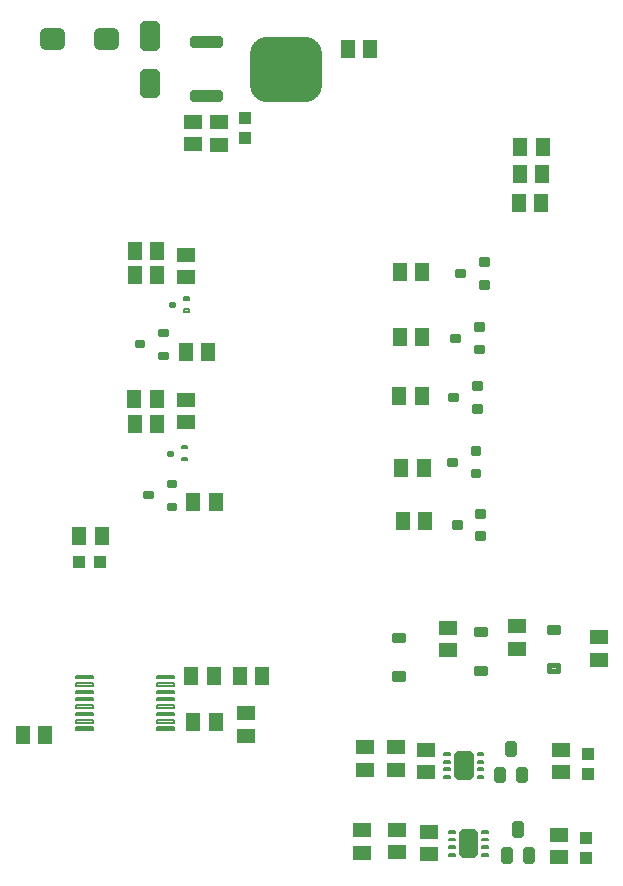
<source format=gtp>
G04 EAGLE Gerber RS-274X export*
G75*
%MOMM*%
%FSLAX34Y34*%
%LPD*%
%INSolderpaste Top*%
%IPPOS*%
%AMOC8*
5,1,8,0,0,1.08239X$1,22.5*%
G01*
%ADD10R,1.500000X1.300000*%
%ADD11R,1.000000X1.100000*%
%ADD12R,1.300000X1.500000*%
%ADD13C,0.200000*%
%ADD14C,0.250000*%
%ADD15C,0.850000*%
%ADD16C,0.889000*%
%ADD17C,0.500000*%
%ADD18C,2.775000*%
%ADD19C,0.350000*%
%ADD20C,0.150000*%
%ADD21C,0.825000*%
%ADD22C,0.210000*%
%ADD23C,0.400000*%
%ADD24C,0.455000*%


D10*
X521400Y121400D03*
X521400Y140400D03*
X372100Y669700D03*
X372100Y650700D03*
D11*
X393600Y673400D03*
X393600Y656400D03*
D10*
X349600Y670100D03*
X349600Y651100D03*
D12*
X481000Y731700D03*
X500000Y731700D03*
D10*
X522400Y51400D03*
X522400Y70400D03*
X661100Y138500D03*
X661100Y119500D03*
D12*
X348500Y200700D03*
X367500Y200700D03*
D10*
X660100Y66300D03*
X660100Y47300D03*
X394300Y150000D03*
X394300Y169000D03*
D12*
X408600Y200400D03*
X389600Y200400D03*
X349900Y161600D03*
X368900Y161600D03*
X368900Y347900D03*
X349900Y347900D03*
D10*
X343700Y434500D03*
X343700Y415500D03*
D12*
X272500Y318900D03*
X253500Y318900D03*
X319100Y435400D03*
X300100Y435400D03*
D10*
X492600Y70100D03*
X492600Y51100D03*
X565400Y222400D03*
X565400Y241400D03*
D12*
X644600Y601400D03*
X625600Y601400D03*
X646100Y648400D03*
X627100Y648400D03*
X645600Y625400D03*
X626600Y625400D03*
X362600Y474900D03*
X343600Y474900D03*
X319600Y539900D03*
X300600Y539900D03*
X544100Y487900D03*
X525100Y487900D03*
X543600Y437900D03*
X524600Y437900D03*
X545100Y376900D03*
X526100Y376900D03*
X546600Y331900D03*
X527600Y331900D03*
X544100Y542900D03*
X525100Y542900D03*
D10*
X549400Y49900D03*
X549400Y68900D03*
D12*
X319600Y560400D03*
X300600Y560400D03*
D10*
X343700Y557300D03*
X343700Y538300D03*
X547000Y119500D03*
X547000Y138500D03*
D11*
X253700Y297600D03*
X270700Y297600D03*
D10*
X624100Y242700D03*
X624100Y223700D03*
X495100Y140300D03*
X495100Y121300D03*
D12*
X319500Y414000D03*
X300500Y414000D03*
D13*
X340500Y385400D02*
X340500Y383400D01*
X340500Y385400D02*
X344500Y385400D01*
X344500Y383400D01*
X340500Y383400D01*
X340500Y385300D02*
X344500Y385300D01*
X340500Y393400D02*
X340500Y395400D01*
X344500Y395400D01*
X344500Y393400D01*
X340500Y393400D01*
X340500Y395300D02*
X344500Y395300D01*
D14*
X328350Y390650D02*
X328350Y388150D01*
X328350Y390650D02*
X331850Y390650D01*
X331850Y388150D01*
X328350Y388150D01*
X328350Y390525D02*
X331850Y390525D01*
D13*
X342500Y509300D02*
X342500Y511300D01*
X346500Y511300D01*
X346500Y509300D01*
X342500Y509300D01*
X342500Y511200D02*
X346500Y511200D01*
X342500Y519300D02*
X342500Y521300D01*
X346500Y521300D01*
X346500Y519300D01*
X342500Y519300D01*
X342500Y521200D02*
X346500Y521200D01*
D14*
X330350Y516550D02*
X330350Y514050D01*
X330350Y516550D02*
X333850Y516550D01*
X333850Y514050D01*
X330350Y514050D01*
X330350Y516425D02*
X333850Y516425D01*
D15*
X309150Y734250D02*
X309150Y750750D01*
X317650Y750750D01*
X317650Y734250D01*
X309150Y734250D01*
X309150Y742325D02*
X317650Y742325D01*
X317650Y750400D02*
X309150Y750400D01*
X309150Y710750D02*
X309150Y694250D01*
X309150Y710750D02*
X317650Y710750D01*
X317650Y694250D01*
X309150Y694250D01*
X309150Y702325D02*
X317650Y702325D01*
X317650Y710400D02*
X309150Y710400D01*
D16*
X282129Y745045D02*
X270191Y745045D01*
X282129Y745045D02*
X282129Y736155D01*
X270191Y736155D01*
X270191Y745045D01*
X270191Y744600D02*
X282129Y744600D01*
X236409Y745045D02*
X224471Y745045D01*
X236409Y745045D02*
X236409Y736155D01*
X224471Y736155D01*
X224471Y745045D01*
X224471Y744600D02*
X236409Y744600D01*
D17*
X349950Y689300D02*
X372450Y689300D01*
X349950Y689300D02*
X349950Y694300D01*
X372450Y694300D01*
X372450Y689300D01*
X372450Y694050D02*
X349950Y694050D01*
X349950Y735100D02*
X372450Y735100D01*
X349950Y735100D02*
X349950Y740100D01*
X372450Y740100D01*
X372450Y735100D01*
X372450Y739850D02*
X349950Y739850D01*
D18*
X411325Y700825D02*
X445075Y700825D01*
X411325Y700825D02*
X411325Y728575D01*
X445075Y728575D01*
X445075Y700825D01*
X445075Y727187D02*
X411325Y727187D01*
D19*
X334750Y345750D02*
X334750Y342250D01*
X329250Y342250D01*
X329250Y345750D01*
X334750Y345750D01*
X334750Y345575D02*
X329250Y345575D01*
X334750Y361250D02*
X334750Y364750D01*
X334750Y361250D02*
X329250Y361250D01*
X329250Y364750D01*
X334750Y364750D01*
X334750Y364575D02*
X329250Y364575D01*
X314750Y355750D02*
X314750Y352250D01*
X309250Y352250D01*
X309250Y355750D01*
X314750Y355750D01*
X314750Y355575D02*
X309250Y355575D01*
X327750Y470250D02*
X327750Y473750D01*
X327750Y470250D02*
X322250Y470250D01*
X322250Y473750D01*
X327750Y473750D01*
X327750Y473575D02*
X322250Y473575D01*
X327750Y489250D02*
X327750Y492750D01*
X327750Y489250D02*
X322250Y489250D01*
X322250Y492750D01*
X327750Y492750D01*
X327750Y492575D02*
X322250Y492575D01*
X307750Y483750D02*
X307750Y480250D01*
X302250Y480250D01*
X302250Y483750D01*
X307750Y483750D01*
X307750Y483575D02*
X302250Y483575D01*
D20*
X562750Y134000D02*
X567250Y134000D01*
X562750Y134000D02*
X562750Y135500D01*
X567250Y135500D01*
X567250Y134000D01*
X567250Y135425D02*
X562750Y135425D01*
X562750Y127500D02*
X567250Y127500D01*
X562750Y127500D02*
X562750Y129000D01*
X567250Y129000D01*
X567250Y127500D01*
X567250Y128925D02*
X562750Y128925D01*
X562750Y121000D02*
X567250Y121000D01*
X562750Y121000D02*
X562750Y122500D01*
X567250Y122500D01*
X567250Y121000D01*
X567250Y122425D02*
X562750Y122425D01*
X562750Y114500D02*
X567250Y114500D01*
X562750Y114500D02*
X562750Y116000D01*
X567250Y116000D01*
X567250Y114500D01*
X567250Y115925D02*
X562750Y115925D01*
X590750Y134000D02*
X595250Y134000D01*
X590750Y134000D02*
X590750Y135500D01*
X595250Y135500D01*
X595250Y134000D01*
X595250Y135425D02*
X590750Y135425D01*
X590750Y127500D02*
X595250Y127500D01*
X590750Y127500D02*
X590750Y129000D01*
X595250Y129000D01*
X595250Y127500D01*
X595250Y128925D02*
X590750Y128925D01*
X590750Y121000D02*
X595250Y121000D01*
X590750Y121000D02*
X590750Y122500D01*
X595250Y122500D01*
X595250Y121000D01*
X595250Y122425D02*
X590750Y122425D01*
X590750Y114500D02*
X595250Y114500D01*
X590750Y114500D02*
X590750Y116000D01*
X595250Y116000D01*
X595250Y114500D01*
X595250Y115925D02*
X590750Y115925D01*
D21*
X583125Y117125D02*
X574875Y117125D01*
X574875Y132875D01*
X583125Y132875D01*
X583125Y117125D01*
X583125Y124962D02*
X574875Y124962D01*
X574875Y132799D02*
X583125Y132799D01*
D20*
X571250Y68000D02*
X566750Y68000D01*
X566750Y69500D01*
X571250Y69500D01*
X571250Y68000D01*
X571250Y69425D02*
X566750Y69425D01*
X566750Y61500D02*
X571250Y61500D01*
X566750Y61500D02*
X566750Y63000D01*
X571250Y63000D01*
X571250Y61500D01*
X571250Y62925D02*
X566750Y62925D01*
X566750Y55000D02*
X571250Y55000D01*
X566750Y55000D02*
X566750Y56500D01*
X571250Y56500D01*
X571250Y55000D01*
X571250Y56425D02*
X566750Y56425D01*
X566750Y48500D02*
X571250Y48500D01*
X566750Y48500D02*
X566750Y50000D01*
X571250Y50000D01*
X571250Y48500D01*
X571250Y49925D02*
X566750Y49925D01*
X594750Y68000D02*
X599250Y68000D01*
X594750Y68000D02*
X594750Y69500D01*
X599250Y69500D01*
X599250Y68000D01*
X599250Y69425D02*
X594750Y69425D01*
X594750Y61500D02*
X599250Y61500D01*
X594750Y61500D02*
X594750Y63000D01*
X599250Y63000D01*
X599250Y61500D01*
X599250Y62925D02*
X594750Y62925D01*
X594750Y55000D02*
X599250Y55000D01*
X594750Y55000D02*
X594750Y56500D01*
X599250Y56500D01*
X599250Y55000D01*
X599250Y56425D02*
X594750Y56425D01*
X594750Y48500D02*
X599250Y48500D01*
X594750Y48500D02*
X594750Y50000D01*
X599250Y50000D01*
X599250Y48500D01*
X599250Y49925D02*
X594750Y49925D01*
D21*
X587125Y51125D02*
X578875Y51125D01*
X578875Y66875D01*
X587125Y66875D01*
X587125Y51125D01*
X587125Y58962D02*
X578875Y58962D01*
X578875Y66799D02*
X587125Y66799D01*
D22*
X333350Y157175D02*
X319150Y157175D01*
X333350Y157175D02*
X333350Y155075D01*
X319150Y155075D01*
X319150Y157175D01*
X319150Y157070D02*
X333350Y157070D01*
X333350Y163425D02*
X319150Y163425D01*
X333350Y163425D02*
X333350Y161325D01*
X319150Y161325D01*
X319150Y163425D01*
X319150Y163320D02*
X333350Y163320D01*
X333350Y169675D02*
X319150Y169675D01*
X333350Y169675D02*
X333350Y167575D01*
X319150Y167575D01*
X319150Y169675D01*
X319150Y169570D02*
X333350Y169570D01*
X333350Y175925D02*
X319150Y175925D01*
X333350Y175925D02*
X333350Y173825D01*
X319150Y173825D01*
X319150Y175925D01*
X319150Y175820D02*
X333350Y175820D01*
X333350Y182175D02*
X319150Y182175D01*
X333350Y182175D02*
X333350Y180075D01*
X319150Y180075D01*
X319150Y182175D01*
X319150Y182070D02*
X333350Y182070D01*
X333350Y188425D02*
X319150Y188425D01*
X333350Y188425D02*
X333350Y186325D01*
X319150Y186325D01*
X319150Y188425D01*
X319150Y188320D02*
X333350Y188320D01*
X333350Y194675D02*
X319150Y194675D01*
X333350Y194675D02*
X333350Y192575D01*
X319150Y192575D01*
X319150Y194675D01*
X319150Y194570D02*
X333350Y194570D01*
X333350Y200925D02*
X319150Y200925D01*
X333350Y200925D02*
X333350Y198825D01*
X319150Y198825D01*
X319150Y200925D01*
X319150Y200820D02*
X333350Y200820D01*
X264850Y157175D02*
X250650Y157175D01*
X264850Y157175D02*
X264850Y155075D01*
X250650Y155075D01*
X250650Y157175D01*
X250650Y157070D02*
X264850Y157070D01*
X264850Y163425D02*
X250650Y163425D01*
X264850Y163425D02*
X264850Y161325D01*
X250650Y161325D01*
X250650Y163425D01*
X250650Y163320D02*
X264850Y163320D01*
X264850Y169675D02*
X250650Y169675D01*
X264850Y169675D02*
X264850Y167575D01*
X250650Y167575D01*
X250650Y169675D01*
X250650Y169570D02*
X264850Y169570D01*
X264850Y175925D02*
X250650Y175925D01*
X264850Y175925D02*
X264850Y173825D01*
X250650Y173825D01*
X250650Y175925D01*
X250650Y175820D02*
X264850Y175820D01*
X264850Y182175D02*
X250650Y182175D01*
X264850Y182175D02*
X264850Y180075D01*
X250650Y180075D01*
X250650Y182175D01*
X250650Y182070D02*
X264850Y182070D01*
X264850Y188425D02*
X250650Y188425D01*
X264850Y188425D02*
X264850Y186325D01*
X250650Y186325D01*
X250650Y188425D01*
X250650Y188320D02*
X264850Y188320D01*
X264850Y194675D02*
X250650Y194675D01*
X264850Y194675D02*
X264850Y192575D01*
X250650Y192575D01*
X250650Y194675D01*
X250650Y194570D02*
X264850Y194570D01*
X264850Y200925D02*
X250650Y200925D01*
X264850Y200925D02*
X264850Y198825D01*
X250650Y198825D01*
X250650Y200925D01*
X250650Y200820D02*
X264850Y200820D01*
D23*
X598500Y530500D02*
X598500Y534500D01*
X598500Y530500D02*
X593500Y530500D01*
X593500Y534500D01*
X598500Y534500D01*
X598500Y534300D02*
X593500Y534300D01*
X598500Y549500D02*
X598500Y553500D01*
X598500Y549500D02*
X593500Y549500D01*
X593500Y553500D01*
X598500Y553500D01*
X598500Y553300D02*
X593500Y553300D01*
X578500Y544000D02*
X578500Y540000D01*
X573500Y540000D01*
X573500Y544000D01*
X578500Y544000D01*
X578500Y543800D02*
X573500Y543800D01*
X594500Y479500D02*
X594500Y475500D01*
X589500Y475500D01*
X589500Y479500D01*
X594500Y479500D01*
X594500Y479300D02*
X589500Y479300D01*
X594500Y494500D02*
X594500Y498500D01*
X594500Y494500D02*
X589500Y494500D01*
X589500Y498500D01*
X594500Y498500D01*
X594500Y498300D02*
X589500Y498300D01*
X574500Y489000D02*
X574500Y485000D01*
X569500Y485000D01*
X569500Y489000D01*
X574500Y489000D01*
X574500Y488800D02*
X569500Y488800D01*
X592500Y429500D02*
X592500Y425500D01*
X587500Y425500D01*
X587500Y429500D01*
X592500Y429500D01*
X592500Y429300D02*
X587500Y429300D01*
X592500Y444500D02*
X592500Y448500D01*
X592500Y444500D02*
X587500Y444500D01*
X587500Y448500D01*
X592500Y448500D01*
X592500Y448300D02*
X587500Y448300D01*
X572500Y439000D02*
X572500Y435000D01*
X567500Y435000D01*
X567500Y439000D01*
X572500Y439000D01*
X572500Y438800D02*
X567500Y438800D01*
X591500Y374500D02*
X591500Y370500D01*
X586500Y370500D01*
X586500Y374500D01*
X591500Y374500D01*
X591500Y374300D02*
X586500Y374300D01*
X591500Y389500D02*
X591500Y393500D01*
X591500Y389500D02*
X586500Y389500D01*
X586500Y393500D01*
X591500Y393500D01*
X591500Y393300D02*
X586500Y393300D01*
X571500Y384000D02*
X571500Y380000D01*
X566500Y380000D01*
X566500Y384000D01*
X571500Y384000D01*
X571500Y383800D02*
X566500Y383800D01*
X595500Y321500D02*
X595500Y317500D01*
X590500Y317500D01*
X590500Y321500D01*
X595500Y321500D01*
X595500Y321300D02*
X590500Y321300D01*
X595500Y336500D02*
X595500Y340500D01*
X595500Y336500D02*
X590500Y336500D01*
X590500Y340500D01*
X595500Y340500D01*
X595500Y340300D02*
X590500Y340300D01*
X575500Y331000D02*
X575500Y327000D01*
X570500Y327000D01*
X570500Y331000D01*
X575500Y331000D01*
X575500Y330800D02*
X570500Y330800D01*
D17*
X622500Y66500D02*
X627500Y66500D01*
X622500Y66500D02*
X622500Y75500D01*
X627500Y75500D01*
X627500Y66500D01*
X627500Y71250D02*
X622500Y71250D01*
X632000Y44500D02*
X637000Y44500D01*
X632000Y44500D02*
X632000Y53500D01*
X637000Y53500D01*
X637000Y44500D01*
X637000Y49250D02*
X632000Y49250D01*
X618000Y44500D02*
X613000Y44500D01*
X613000Y53500D01*
X618000Y53500D01*
X618000Y44500D01*
X618000Y49250D02*
X613000Y49250D01*
X616500Y134500D02*
X621500Y134500D01*
X616500Y134500D02*
X616500Y143500D01*
X621500Y143500D01*
X621500Y134500D01*
X621500Y139250D02*
X616500Y139250D01*
X626000Y112500D02*
X631000Y112500D01*
X626000Y112500D02*
X626000Y121500D01*
X631000Y121500D01*
X631000Y112500D01*
X631000Y117250D02*
X626000Y117250D01*
X612000Y112500D02*
X607000Y112500D01*
X607000Y121500D01*
X612000Y121500D01*
X612000Y112500D01*
X612000Y117250D02*
X607000Y117250D01*
D24*
X658825Y205375D02*
X658825Y209925D01*
X658825Y205375D02*
X651175Y205375D01*
X651175Y209925D01*
X658825Y209925D01*
X658825Y209697D02*
X651175Y209697D01*
X658825Y238075D02*
X658825Y242625D01*
X658825Y238075D02*
X651175Y238075D01*
X651175Y242625D01*
X658825Y242625D01*
X658825Y242397D02*
X651175Y242397D01*
X596825Y207925D02*
X596825Y203375D01*
X589175Y203375D01*
X589175Y207925D01*
X596825Y207925D01*
X596825Y207697D02*
X589175Y207697D01*
X596825Y236075D02*
X596825Y240625D01*
X596825Y236075D02*
X589175Y236075D01*
X589175Y240625D01*
X596825Y240625D01*
X596825Y240397D02*
X589175Y240397D01*
X527825Y202925D02*
X527825Y198375D01*
X520175Y198375D01*
X520175Y202925D01*
X527825Y202925D01*
X527825Y202697D02*
X520175Y202697D01*
X527825Y231075D02*
X527825Y235625D01*
X527825Y231075D02*
X520175Y231075D01*
X520175Y235625D01*
X527825Y235625D01*
X527825Y235397D02*
X520175Y235397D01*
D11*
X684000Y134500D03*
X684000Y117500D03*
X683000Y63500D03*
X683000Y46500D03*
D12*
X224500Y151000D03*
X205500Y151000D03*
D10*
X694000Y233500D03*
X694000Y214500D03*
M02*

</source>
